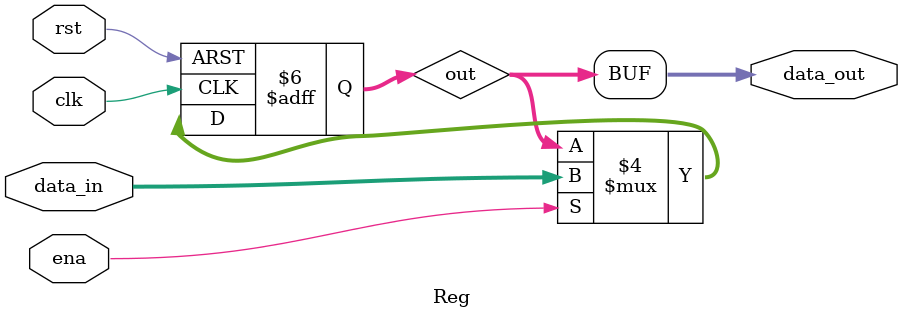
<source format=v>
`timescale 1ns / 1ps

module Reg(
    input clk,
    input rst,
    input ena,
    input [31:0] data_in,
    output [31:0] data_out
);
    reg [31:0] out;
    
    assign data_out = out;
    
    always@(posedge clk or posedge rst)
	begin
		if (rst == 1) 
			out <= 32'h0000_0000;
        else if(ena)
			out <= data_in;
        else 
            out <= out;
	end

endmodule
</source>
